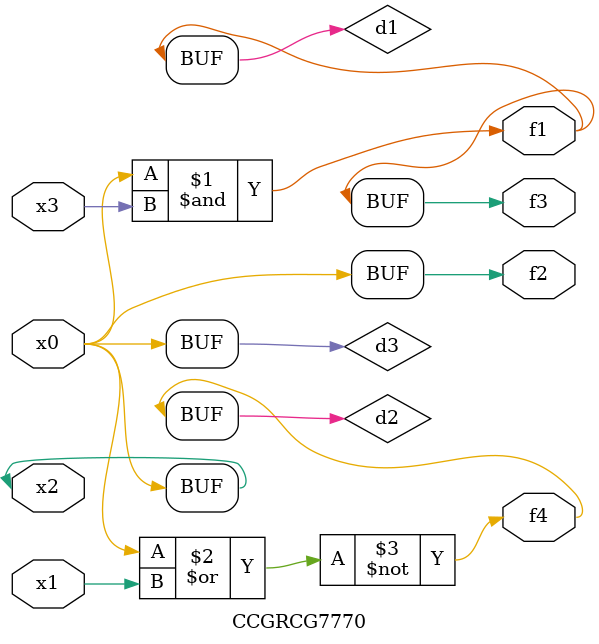
<source format=v>
module CCGRCG7770(
	input x0, x1, x2, x3,
	output f1, f2, f3, f4
);

	wire d1, d2, d3;

	and (d1, x2, x3);
	nor (d2, x0, x1);
	buf (d3, x0, x2);
	assign f1 = d1;
	assign f2 = d3;
	assign f3 = d1;
	assign f4 = d2;
endmodule

</source>
